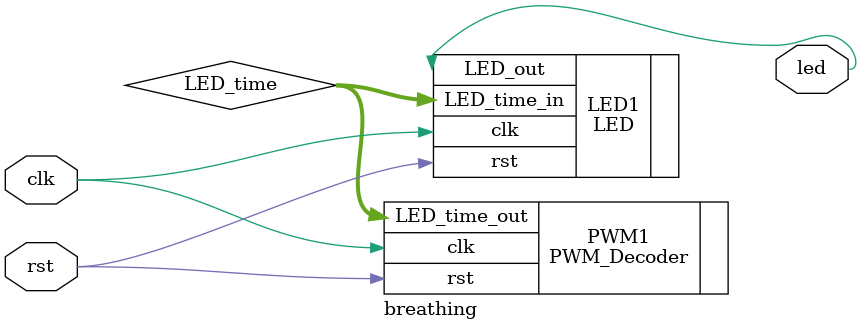
<source format=v>
`timescale 1ns / 1ps
module breathing(
	input clk,
	input rst,
	output led
    );
	
	wire [7:0] LED_time;
	
	LED LED1(.clk(clk), .rst(rst), .LED_time_in(LED_time), .LED_out(led));
	PWM_Decoder PWM1(.clk(clk), .rst(rst), .LED_time_out(LED_time));
	
	
endmodule

</source>
